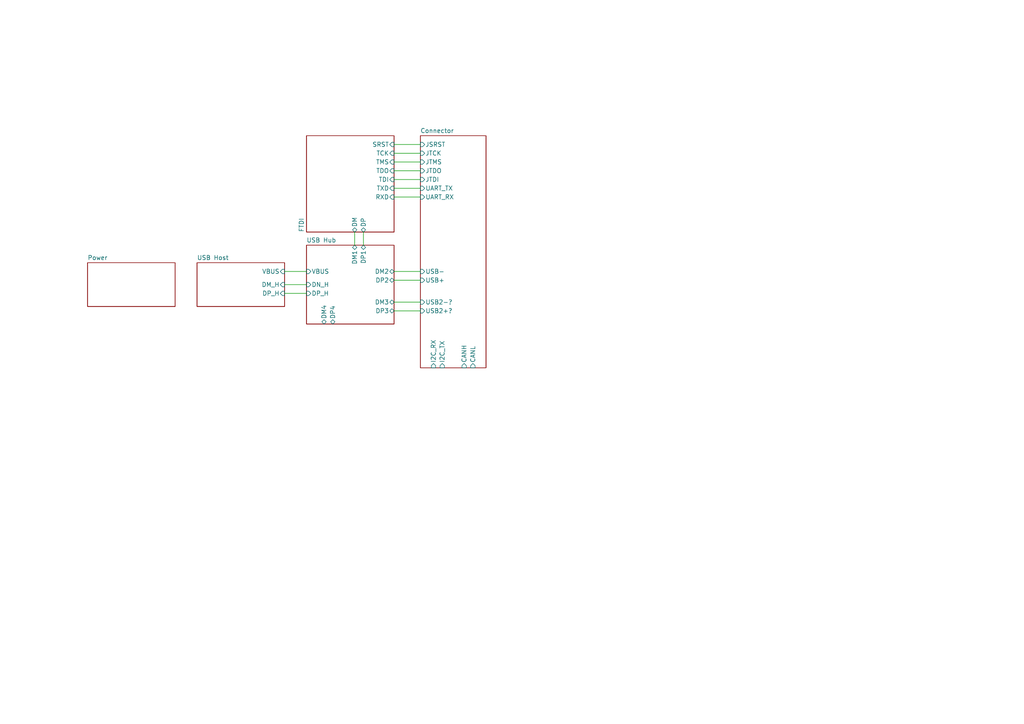
<source format=kicad_sch>
(kicad_sch
	(version 20231120)
	(generator "eeschema")
	(generator_version "8.0")
	(uuid "9ba02813-5189-4482-9c9e-35a29bc7aded")
	(paper "A4")
	(lib_symbols)
	(wire
		(pts
			(xy 114.3 81.28) (xy 121.92 81.28)
		)
		(stroke
			(width 0)
			(type default)
		)
		(uuid "23a8e473-a895-4406-a86e-4153ade296b7")
	)
	(wire
		(pts
			(xy 114.3 87.63) (xy 121.92 87.63)
		)
		(stroke
			(width 0)
			(type default)
		)
		(uuid "280a2ca9-a527-4629-b06e-3621b36c0026")
	)
	(wire
		(pts
			(xy 114.3 78.74) (xy 121.92 78.74)
		)
		(stroke
			(width 0)
			(type default)
		)
		(uuid "2dd1f551-ae23-4be7-9f99-3e08404efe1d")
	)
	(wire
		(pts
			(xy 114.3 44.45) (xy 121.92 44.45)
		)
		(stroke
			(width 0)
			(type default)
		)
		(uuid "2f2e8feb-4eaf-4fed-8abc-3ec29e492c55")
	)
	(wire
		(pts
			(xy 114.3 54.61) (xy 121.92 54.61)
		)
		(stroke
			(width 0)
			(type default)
		)
		(uuid "4a29190e-fc52-47b8-85ad-0af605ba0fc5")
	)
	(wire
		(pts
			(xy 82.55 82.55) (xy 88.9 82.55)
		)
		(stroke
			(width 0)
			(type default)
		)
		(uuid "4c959b77-6cb8-4a25-8614-8ba9b7ed0d39")
	)
	(wire
		(pts
			(xy 102.87 67.31) (xy 102.87 71.12)
		)
		(stroke
			(width 0)
			(type default)
		)
		(uuid "4de8846f-0aab-4680-958e-1636b8a40b8e")
	)
	(wire
		(pts
			(xy 114.3 46.99) (xy 121.92 46.99)
		)
		(stroke
			(width 0)
			(type default)
		)
		(uuid "4f82f8dc-ce98-4c2e-9315-a0a8bca2afe8")
	)
	(wire
		(pts
			(xy 105.41 67.31) (xy 105.41 71.12)
		)
		(stroke
			(width 0)
			(type default)
		)
		(uuid "5bf3d8df-5b2b-4cf9-ac1e-a1fed867b985")
	)
	(wire
		(pts
			(xy 114.3 49.53) (xy 121.92 49.53)
		)
		(stroke
			(width 0)
			(type default)
		)
		(uuid "5ea6fc01-5850-4436-b419-f37319eca90a")
	)
	(wire
		(pts
			(xy 114.3 41.91) (xy 121.92 41.91)
		)
		(stroke
			(width 0)
			(type default)
		)
		(uuid "779f80c6-4b13-4761-a8cd-241171876865")
	)
	(wire
		(pts
			(xy 114.3 90.17) (xy 121.92 90.17)
		)
		(stroke
			(width 0)
			(type default)
		)
		(uuid "a02eaebb-3282-4fd4-81c3-2dbf769e262f")
	)
	(wire
		(pts
			(xy 114.3 52.07) (xy 121.92 52.07)
		)
		(stroke
			(width 0)
			(type default)
		)
		(uuid "c42e778b-54c3-48f9-bd3e-30ed76822889")
	)
	(wire
		(pts
			(xy 114.3 57.15) (xy 121.92 57.15)
		)
		(stroke
			(width 0)
			(type default)
		)
		(uuid "ca11301a-fbb2-4b62-a721-013bb5153906")
	)
	(wire
		(pts
			(xy 82.55 78.74) (xy 88.9 78.74)
		)
		(stroke
			(width 0)
			(type default)
		)
		(uuid "da5c2fd2-a836-478c-a8c0-e2c3ac662c3e")
	)
	(wire
		(pts
			(xy 82.55 85.09) (xy 88.9 85.09)
		)
		(stroke
			(width 0)
			(type default)
		)
		(uuid "dcd5a820-eeed-4a03-956f-baf9ff40e382")
	)
	(sheet
		(at 57.15 76.2)
		(size 25.4 12.7)
		(fields_autoplaced yes)
		(stroke
			(width 0.1524)
			(type solid)
		)
		(fill
			(color 0 0 0 0.0000)
		)
		(uuid "3b80f853-6f7e-43fb-bbcc-e9ff1b9e9a11")
		(property "Sheetname" "USB Host"
			(at 57.15 75.4884 0)
			(effects
				(font
					(size 1.27 1.27)
				)
				(justify left bottom)
			)
		)
		(property "Sheetfile" "host.kicad_sch"
			(at 57.15 89.4846 0)
			(effects
				(font
					(size 1.27 1.27)
				)
				(justify left top)
				(hide yes)
			)
		)
		(pin "VBUS" input
			(at 82.55 78.74 0)
			(effects
				(font
					(size 1.27 1.27)
				)
				(justify right)
			)
			(uuid "55f7fe08-3d93-44c3-8937-6172c1322893")
		)
		(pin "DM_H" input
			(at 82.55 82.55 0)
			(effects
				(font
					(size 1.27 1.27)
				)
				(justify right)
			)
			(uuid "1ac7075c-ce64-4e87-b9ab-6c19076ac7db")
		)
		(pin "DP_H" input
			(at 82.55 85.09 0)
			(effects
				(font
					(size 1.27 1.27)
				)
				(justify right)
			)
			(uuid "ff2c4d12-95a0-4631-bf6a-a9e5dfc070ea")
		)
		(instances
			(project "debug_board"
				(path "/9ba02813-5189-4482-9c9e-35a29bc7aded"
					(page "2")
				)
			)
		)
	)
	(sheet
		(at 25.4 76.2)
		(size 25.4 12.7)
		(fields_autoplaced yes)
		(stroke
			(width 0.1524)
			(type solid)
		)
		(fill
			(color 0 0 0 0.0000)
		)
		(uuid "91878a69-aab9-40cd-8e36-3035ed8b91de")
		(property "Sheetname" "Power"
			(at 25.4 75.4884 0)
			(effects
				(font
					(size 1.27 1.27)
				)
				(justify left bottom)
			)
		)
		(property "Sheetfile" "power.kicad_sch"
			(at 25.4 89.4846 0)
			(effects
				(font
					(size 1.27 1.27)
				)
				(justify left top)
				(hide yes)
			)
		)
		(instances
			(project "debug_board"
				(path "/9ba02813-5189-4482-9c9e-35a29bc7aded"
					(page "6")
				)
			)
		)
	)
	(sheet
		(at 88.9 39.37)
		(size 25.4 27.94)
		(fields_autoplaced yes)
		(stroke
			(width 0.1524)
			(type solid)
		)
		(fill
			(color 0 0 0 0.0000)
		)
		(uuid "93ad8177-c387-48d0-8b2f-f375b7a94fff")
		(property "Sheetname" "FTDI"
			(at 88.1884 67.31 90)
			(effects
				(font
					(size 1.27 1.27)
				)
				(justify left bottom)
			)
		)
		(property "Sheetfile" "jtag.kicad_sch"
			(at 114.8846 67.31 90)
			(effects
				(font
					(size 1.27 1.27)
				)
				(justify left top)
				(hide yes)
			)
		)
		(pin "DM" bidirectional
			(at 102.87 67.31 270)
			(effects
				(font
					(size 1.27 1.27)
				)
				(justify left)
			)
			(uuid "c1fd2a54-22b6-4b4b-b4b0-139cb118189b")
		)
		(pin "DP" bidirectional
			(at 105.41 67.31 270)
			(effects
				(font
					(size 1.27 1.27)
				)
				(justify left)
			)
			(uuid "285f0dc8-3042-4bab-ba0a-5200a7d9fb1f")
		)
		(pin "SRST" input
			(at 114.3 41.91 0)
			(effects
				(font
					(size 1.27 1.27)
				)
				(justify right)
			)
			(uuid "6d8b30ce-e1e1-4e84-9114-4c059fdb4156")
		)
		(pin "TCK" input
			(at 114.3 44.45 0)
			(effects
				(font
					(size 1.27 1.27)
				)
				(justify right)
			)
			(uuid "e53cd679-d12a-4c39-b107-ca0d17a4810d")
		)
		(pin "TMS" input
			(at 114.3 46.99 0)
			(effects
				(font
					(size 1.27 1.27)
				)
				(justify right)
			)
			(uuid "091e5331-0e5c-45b2-890b-60cd9ea6e72e")
		)
		(pin "TDO" input
			(at 114.3 49.53 0)
			(effects
				(font
					(size 1.27 1.27)
				)
				(justify right)
			)
			(uuid "0736de4d-8d03-477e-b824-c7c1731af33a")
		)
		(pin "TDI" input
			(at 114.3 52.07 0)
			(effects
				(font
					(size 1.27 1.27)
				)
				(justify right)
			)
			(uuid "6e053151-67a1-4f7a-9244-98564030e147")
		)
		(pin "TXD" input
			(at 114.3 54.61 0)
			(effects
				(font
					(size 1.27 1.27)
				)
				(justify right)
			)
			(uuid "edf4d4c4-10a8-4b12-8e38-010a053e66d0")
		)
		(pin "RXD" input
			(at 114.3 57.15 0)
			(effects
				(font
					(size 1.27 1.27)
				)
				(justify right)
			)
			(uuid "940a6a0e-7762-4758-b144-59a99a81528f")
		)
		(instances
			(project "debug_board"
				(path "/9ba02813-5189-4482-9c9e-35a29bc7aded"
					(page "4")
				)
			)
		)
	)
	(sheet
		(at 88.9 71.12)
		(size 25.4 22.86)
		(stroke
			(width 0.1524)
			(type solid)
		)
		(fill
			(color 0 0 0 0.0000)
		)
		(uuid "a1f58236-f563-4844-96e3-2599a4367871")
		(property "Sheetname" "USB Hub"
			(at 88.9 70.4084 0)
			(effects
				(font
					(size 1.27 1.27)
				)
				(justify left bottom)
			)
		)
		(property "Sheetfile" "usb_hub.kicad_sch"
			(at 98.044 69.088 0)
			(effects
				(font
					(size 1.27 1.27)
				)
				(justify left top)
				(hide yes)
			)
		)
		(pin "DM2" bidirectional
			(at 114.3 78.74 0)
			(effects
				(font
					(size 1.27 1.27)
				)
				(justify right)
			)
			(uuid "fb3482f2-ac29-4227-9edd-ddee2ad689e3")
		)
		(pin "DM1" bidirectional
			(at 102.87 71.12 90)
			(effects
				(font
					(size 1.27 1.27)
				)
				(justify right)
			)
			(uuid "e6e60d5a-05ea-49bf-9a47-58e05ab0a5ec")
		)
		(pin "DP1" bidirectional
			(at 105.41 71.12 90)
			(effects
				(font
					(size 1.27 1.27)
				)
				(justify right)
			)
			(uuid "bddac603-26a2-4272-b82a-4fe5beda3996")
		)
		(pin "DP2" bidirectional
			(at 114.3 81.28 0)
			(effects
				(font
					(size 1.27 1.27)
				)
				(justify right)
			)
			(uuid "38f10f37-a256-42aa-ad4d-15ef82a28496")
		)
		(pin "DP3" bidirectional
			(at 114.3 90.17 0)
			(effects
				(font
					(size 1.27 1.27)
				)
				(justify right)
			)
			(uuid "67892747-bf21-4e8a-9682-80a1660ffb1d")
		)
		(pin "DM4" bidirectional
			(at 93.98 93.98 270)
			(effects
				(font
					(size 1.27 1.27)
				)
				(justify left)
			)
			(uuid "147dae17-a62d-4e25-bba7-5fbf21462343")
		)
		(pin "DM3" bidirectional
			(at 114.3 87.63 0)
			(effects
				(font
					(size 1.27 1.27)
				)
				(justify right)
			)
			(uuid "23c08e16-980b-42a9-be8c-f7ad275ee32c")
		)
		(pin "DP4" bidirectional
			(at 96.52 93.98 270)
			(effects
				(font
					(size 1.27 1.27)
				)
				(justify left)
			)
			(uuid "020c94a0-26b7-4cb5-b480-144af9380c23")
		)
		(pin "VBUS" input
			(at 88.9 78.74 180)
			(effects
				(font
					(size 1.27 1.27)
				)
				(justify left)
			)
			(uuid "59712901-09db-4048-a1d5-f6404ffbc03e")
		)
		(pin "DP_H" input
			(at 88.9 85.09 180)
			(effects
				(font
					(size 1.27 1.27)
				)
				(justify left)
			)
			(uuid "b9b2a1f0-b820-4016-b00c-e2ba0f4bb96e")
		)
		(pin "DN_H" input
			(at 88.9 82.55 180)
			(effects
				(font
					(size 1.27 1.27)
				)
				(justify left)
			)
			(uuid "ce928e92-18d5-4dda-9178-1613ce8b17e9")
		)
		(instances
			(project "debug_board"
				(path "/9ba02813-5189-4482-9c9e-35a29bc7aded"
					(page "3")
				)
			)
		)
	)
	(sheet
		(at 121.92 39.37)
		(size 19.05 67.31)
		(fields_autoplaced yes)
		(stroke
			(width 0.1524)
			(type solid)
		)
		(fill
			(color 0 0 0 0.0000)
		)
		(uuid "c341ef78-2e89-4134-9acd-82690de25dd5")
		(property "Sheetname" "Connector"
			(at 121.92 38.6584 0)
			(effects
				(font
					(size 1.27 1.27)
				)
				(justify left bottom)
			)
		)
		(property "Sheetfile" "connector.kicad_sch"
			(at 121.92 107.2646 0)
			(effects
				(font
					(size 1.27 1.27)
				)
				(justify left top)
				(hide yes)
			)
		)
		(pin "CANH" input
			(at 134.62 106.68 270)
			(effects
				(font
					(size 1.27 1.27)
				)
				(justify left)
			)
			(uuid "55d2d549-2baf-4fc7-bec9-4ca3f8084bca")
		)
		(pin "JSRST" input
			(at 121.92 41.91 180)
			(effects
				(font
					(size 1.27 1.27)
				)
				(justify left)
			)
			(uuid "07421cae-0708-489c-afc0-8368e4e7fb60")
		)
		(pin "CANL" input
			(at 137.16 106.68 270)
			(effects
				(font
					(size 1.27 1.27)
				)
				(justify left)
			)
			(uuid "3869bb4d-e089-41b2-8d78-8df3c41ed5ba")
		)
		(pin "USB+" input
			(at 121.92 81.28 180)
			(effects
				(font
					(size 1.27 1.27)
				)
				(justify left)
			)
			(uuid "d35f0f69-667b-4941-bde7-069439fcdeca")
		)
		(pin "USB-" input
			(at 121.92 78.74 180)
			(effects
				(font
					(size 1.27 1.27)
				)
				(justify left)
			)
			(uuid "57d6a29b-55d2-49da-80fd-09dbf0c2a342")
		)
		(pin "I2C_TX" input
			(at 128.27 106.68 270)
			(effects
				(font
					(size 1.27 1.27)
				)
				(justify left)
			)
			(uuid "b35480e9-cdd8-4b66-bf89-6a14651c3812")
		)
		(pin "I2C_RX" input
			(at 125.73 106.68 270)
			(effects
				(font
					(size 1.27 1.27)
				)
				(justify left)
			)
			(uuid "14473c9a-cfb0-4587-ba51-1c82a9a5e6d7")
		)
		(pin "JTDO" input
			(at 121.92 49.53 180)
			(effects
				(font
					(size 1.27 1.27)
				)
				(justify left)
			)
			(uuid "323bb926-b5f5-404b-ac87-8e31df5d32e9")
		)
		(pin "JTCK" input
			(at 121.92 44.45 180)
			(effects
				(font
					(size 1.27 1.27)
				)
				(justify left)
			)
			(uuid "498af430-5342-440d-905f-51e4569fd917")
		)
		(pin "JTDI" input
			(at 121.92 52.07 180)
			(effects
				(font
					(size 1.27 1.27)
				)
				(justify left)
			)
			(uuid "f2899862-8272-4c75-82a0-60e31325d7db")
		)
		(pin "JTMS" input
			(at 121.92 46.99 180)
			(effects
				(font
					(size 1.27 1.27)
				)
				(justify left)
			)
			(uuid "6ceb640c-add2-4ce3-b6a9-bd9a98d253ad")
		)
		(pin "UART_TX" input
			(at 121.92 54.61 180)
			(effects
				(font
					(size 1.27 1.27)
				)
				(justify left)
			)
			(uuid "f66b428c-2dcd-422a-95db-d47b50228977")
		)
		(pin "USB2+?" input
			(at 121.92 90.17 180)
			(effects
				(font
					(size 1.27 1.27)
				)
				(justify left)
			)
			(uuid "b7bffcda-b4f0-45ae-ab43-548b5cf24dfc")
		)
		(pin "USB2-?" input
			(at 121.92 87.63 180)
			(effects
				(font
					(size 1.27 1.27)
				)
				(justify left)
			)
			(uuid "9eb8d918-9eef-4892-ba8c-efb36d4fa80f")
		)
		(pin "UART_RX" input
			(at 121.92 57.15 180)
			(effects
				(font
					(size 1.27 1.27)
				)
				(justify left)
			)
			(uuid "625a2d37-a502-48a5-a337-53ef28138a50")
		)
		(instances
			(project "debug_board"
				(path "/9ba02813-5189-4482-9c9e-35a29bc7aded"
					(page "7")
				)
			)
		)
	)
	(sheet_instances
		(path "/"
			(page "1")
		)
	)
)

</source>
